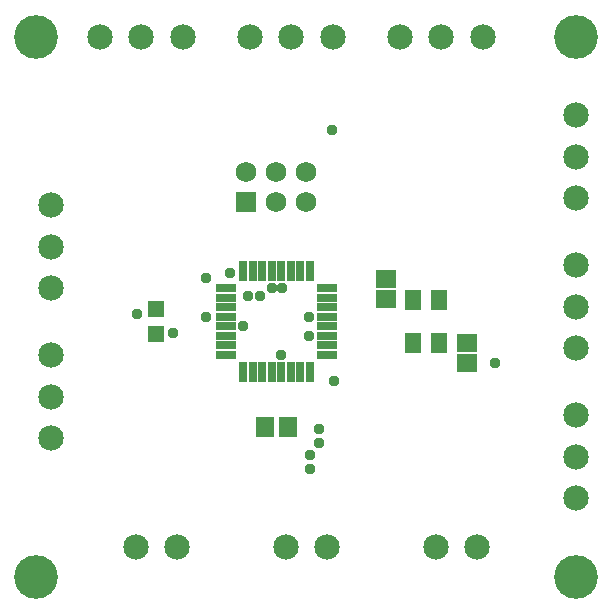
<source format=gbr>
G04 EAGLE Gerber RS-274X export*
G75*
%MOMM*%
%FSLAX34Y34*%
%LPD*%
%INSoldermask Top*%
%IPPOS*%
%AMOC8*
5,1,8,0,0,1.08239X$1,22.5*%
G01*
%ADD10C,3.703200*%
%ADD11R,1.703200X1.503200*%
%ADD12R,1.733200X1.733200*%
%ADD13C,1.733200*%
%ADD14C,2.153200*%
%ADD15R,1.503200X1.803200*%
%ADD16R,1.403200X1.403200*%
%ADD17R,1.703200X0.753200*%
%ADD18R,0.753200X1.703200*%
%ADD19R,1.453200X1.803200*%
%ADD20C,0.959600*%


D10*
X38100Y38100D03*
X495300Y38100D03*
X495300Y495300D03*
X38100Y495300D03*
D11*
X402590Y218830D03*
X402590Y235830D03*
X334190Y289670D03*
X334190Y272670D03*
D12*
X215900Y355600D03*
D13*
X215900Y381000D03*
X241300Y355600D03*
X241300Y381000D03*
X266700Y355600D03*
X266700Y381000D03*
D14*
X411200Y63500D03*
X376200Y63500D03*
X495300Y139700D03*
X495300Y104700D03*
X495300Y174700D03*
X495300Y393700D03*
X495300Y358700D03*
X495300Y428700D03*
X254000Y495300D03*
X289000Y495300D03*
X219000Y495300D03*
X50800Y190500D03*
X50800Y225500D03*
X50800Y155500D03*
D15*
X231800Y165100D03*
X250800Y165100D03*
D16*
X139700Y243500D03*
X139700Y264500D03*
D14*
X495300Y266700D03*
X495300Y231700D03*
X495300Y301700D03*
X381000Y495300D03*
X416000Y495300D03*
X346000Y495300D03*
X127000Y495300D03*
X162000Y495300D03*
X92000Y495300D03*
X50800Y317500D03*
X50800Y352500D03*
X50800Y282500D03*
X157200Y63500D03*
X122200Y63500D03*
X284200Y63500D03*
X249200Y63500D03*
D17*
X284300Y226000D03*
X284300Y234000D03*
X284300Y242000D03*
X284300Y250000D03*
X284300Y258000D03*
X284300Y266000D03*
X284300Y274000D03*
X284300Y282000D03*
D18*
X269300Y297000D03*
X261300Y297000D03*
X253300Y297000D03*
X245300Y297000D03*
X237300Y297000D03*
X229300Y297000D03*
X221300Y297000D03*
X213300Y297000D03*
D17*
X198300Y282000D03*
X198300Y274000D03*
X198300Y266000D03*
X198300Y258000D03*
X198300Y250000D03*
X198300Y242000D03*
X198300Y234000D03*
X198300Y226000D03*
D18*
X213300Y211000D03*
X221300Y211000D03*
X229300Y211000D03*
X237300Y211000D03*
X245300Y211000D03*
X253300Y211000D03*
X261300Y211000D03*
X269300Y211000D03*
D19*
X379300Y235500D03*
X379300Y272500D03*
X357300Y272500D03*
X357300Y235500D03*
D20*
X290000Y204000D03*
X154000Y244000D03*
X426000Y219000D03*
X269000Y242000D03*
X269000Y258000D03*
X213000Y250000D03*
X245300Y225900D03*
X182000Y258000D03*
X182000Y291000D03*
X270000Y129000D03*
X277000Y151000D03*
X270000Y141000D03*
X277000Y163000D03*
X246288Y282100D03*
X237200Y282100D03*
X227000Y276000D03*
X217000Y276000D03*
X202000Y295000D03*
X288000Y416000D03*
X123000Y260000D03*
M02*

</source>
